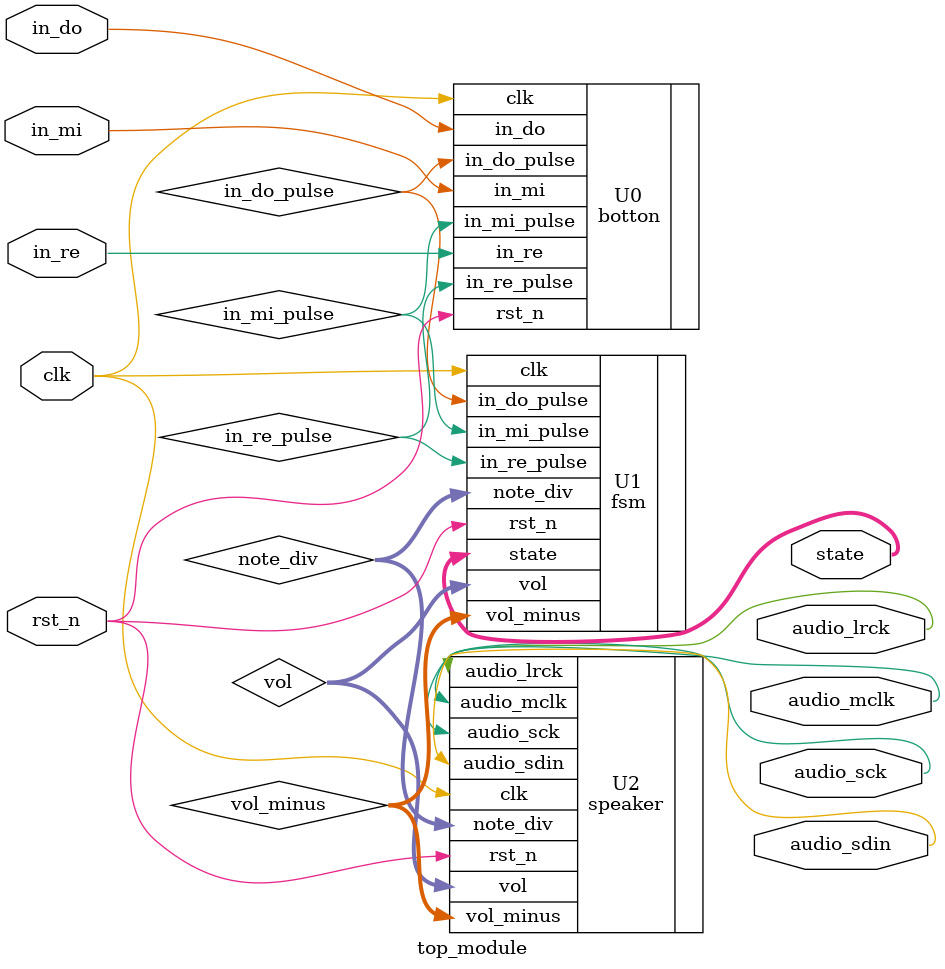
<source format=v>
`timescale 1ns / 1ps

module top_module(
    state,
    audio_mclk,
    audio_lrck,
    audio_sck,
    audio_sdin,
    in_do,
    in_re,
    in_mi,
    clk,
    rst_n
);
output [1:0] state; //for debug
output audio_mclk;
output audio_lrck;
output audio_sck;
output audio_sdin;
input in_do, in_re, in_mi;
input clk, rst_n;
wire in_do_pulse, in_re_pulse, in_mi_pulse;
wire [21:0] note_div;
wire [15:0] vol, vol_minus;

botton U0(
    .in_do_pulse(in_do_pulse),
    .in_re_pulse(in_re_pulse),
    .in_mi_pulse(in_mi_pulse),
    .in_do(in_do),
    .in_re(in_re),
    .in_mi(in_mi),
    .clk(clk),
    .rst_n(rst_n)
);    

fsm U1(
    .note_div(note_div),
    .vol(vol),
    .vol_minus(vol_minus),
    .state(state),  //for debug
    .in_do_pulse(in_do_pulse),
    .in_re_pulse(in_re_pulse),
    .in_mi_pulse(in_mi_pulse),
    .clk(clk),        //global clock
    .rst_n(rst_n)     //negative edge reset
);

speaker U2(
    .vol(vol),
    .vol_minus(vol_minus),
    .note_div(note_div),
    .clk(clk),
    .rst_n(rst_n),
    .audio_mclk(audio_mclk),
    .audio_lrck(audio_lrck),
    .audio_sck(audio_sck),
    .audio_sdin(audio_sdin)
);

endmodule

</source>
